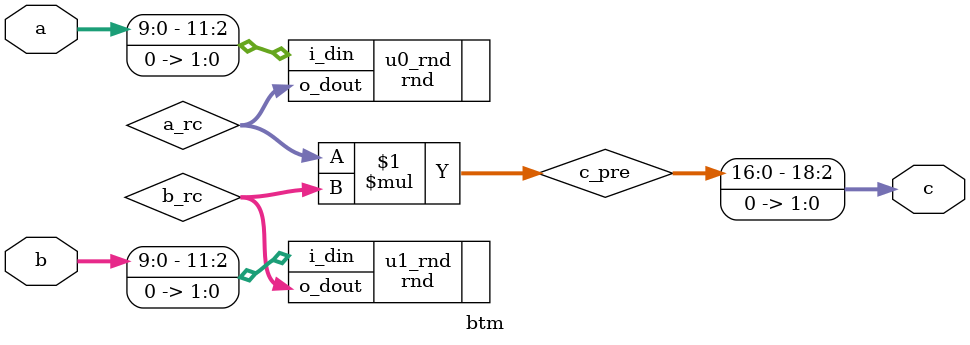
<source format=v>

`timescale 1ns/1ps

module btm (
  a,
  b,
  c
);

parameter DA = 10;
parameter DB = 10;
parameter DAC = 1;
parameter DO = DA+DB-1;

input  [DA-1:0]                                   a;
input  [DB-1:0]                                   b;
output [DO-1:0]                                   c;

wire                                              a_sign;
wire                                              b_sign;
wire                                              c_sign;

wire   [DA-DAC-1:0]                               a_rc;
wire   [DB-DAC-1:0]                               b_rc;

wire   [DA-DAC-1:0]                               a_abs;
wire   [DB-DAC-1:0]                               b_abs;
wire   [DO-DAC-DAC-1:0]                           c_abs_pre;
wire   [DO-DAC-DAC-1:0]                           c_pre;

rnd #(DA+2, DAC+2) u0_rnd(
  .i_din                   ({a, 2'b0}      ),
  .o_dout                  (a_rc              )
);

rnd #(DB+2, DAC+2) u1_rnd(
  .i_din                   ({b, 2'b0}      ),
  .o_dout                  (b_rc              )
);

//assign a_sign = a_rc[DA-DAC-1];
//assign b_sign = b_rc[DB-DAC-1];
//assign c_sign = a_sign != b_sign ? 1 : 0;

//assign a_abs = a_sign ? -a_rc : a_rc;
//assign b_abs = b_sign ? -b_rc : b_rc;

//assign c_abs_pre = a_abs * b_abs;
//assign c_pre = c_sign ? -c_abs_pre : c_abs_pre;
assign c_pre = a_rc * b_rc;
//assign c = {c_pre, {{2*DAC}{1'b0}}};
assign c = (DAC == 0) ? c_pre: {c_pre, {{2*DAC}{1'b0}}};

endmodule

</source>
